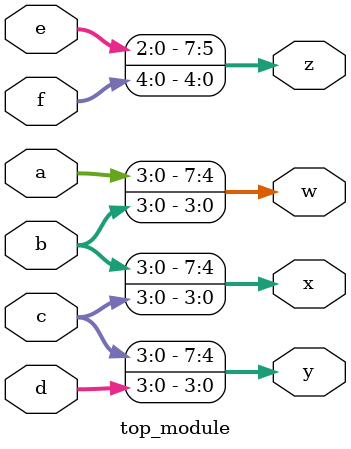
<source format=sv>
module top_module (
	input [4:0] a,
	input [4:0] b,
	input [4:0] c,
	input [4:0] d,
	input [4:0] e,
	input [4:0] f,
	output [7:0] w,
	output [7:0] x,
	output [7:0] y,
	output [7:0] z
);

	assign w = {a, b[3:0]};
	assign x = {b, c[3:0]};
	assign y = {c, d[3:0]};
	assign z = {d, e[3:0], f};

endmodule

</source>
